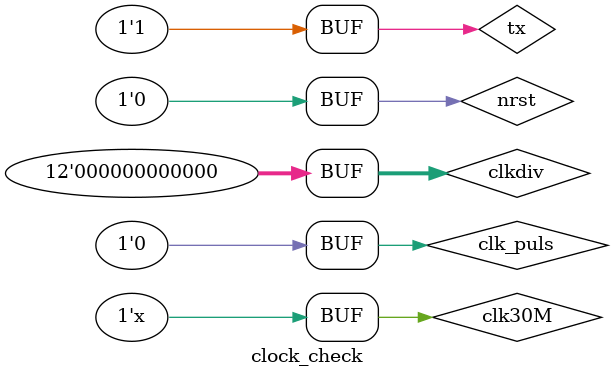
<source format=v>
module clock_check;
  
  reg clk30M = 1'b0;
  reg nrst;
  //30Mhz is 0.3ns in one period
  always #150 clk30M <= ~clk30M;
  wire tx=1'b1;
  wire clk_puls;
  reg [11:0] clkdiv = 12'b0;
  always @(posedge clk30M & nrst) 
	  clkdiv <= clkdiv+12'd1; 	
  always @(!nrst)
	  clkdiv <= 12'b0;
  assign clk_puls  = clkdiv[11:0]==12'd3125;
  always @(posedge clk30M & nrst)
	  if(clk_puls==1)
		  clkdiv <= 12'd0;
 
  initial
  begin
	nrst=0;
	#600;
	nrst =1;
    #150110000;
	nrst=0;
	#20;
    //$finish();
  end
  initial 
  begin 
    $dumpfile("dump.vcd");
    $dumpvars(0);
  end
  
endmodule

</source>
